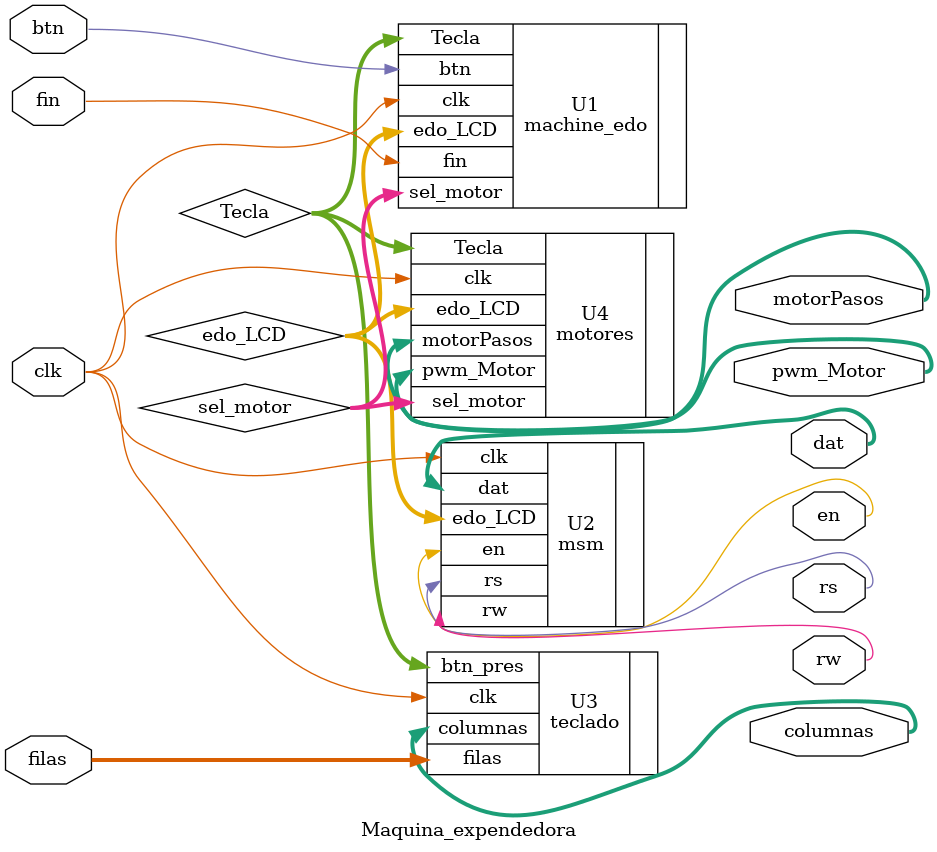
<source format=v>
module Maquina_expendedora(
	input 	clk,			// Señal de reloj
	input 	btn,
	input 	fin,
	output 	rw,rs,en,
	output 	[7:0]dat,
	output 	[3:0]columnas,
	input 	[3:0]filas,
	output 	[3:0]motorPasos,
	output 	[5:0]pwm_Motor
 );	 
	// Variables internas
	//wire time_3s;
	wire [3:0]edo_LCD;
	wire [3:0]Tecla;
	wire [2:0]sel_motor;
	//Declaracion de instancias
	machine_edo U1(.clk(clk), .btn(btn), .Tecla(Tecla), 
						.fin(fin), .edo_LCD(edo_LCD), .sel_motor(sel_motor));
	msm	U2(.edo_LCD(edo_LCD), .clk(clk), .rs(rs), .rw(rw), .en(en), .dat(dat));
	teclado U3(.clk(clk), .columnas(columnas), .filas(filas), .btn_pres(Tecla));
	motores U4(.clk(clk), .motorPasos(motorPasos), .pwm_Motor(pwm_Motor), .sel_motor(sel_motor), .Tecla(Tecla), .edo_LCD(edo_LCD));
endmodule
</source>
